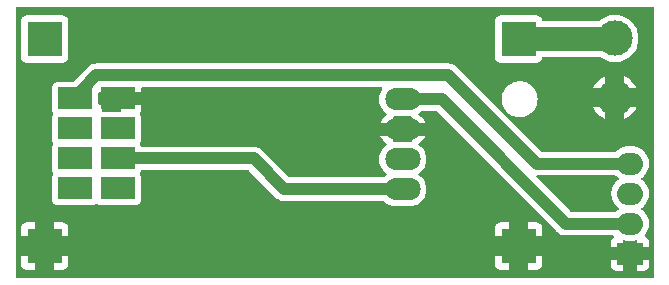
<source format=gbl>
G04 Layer: BottomLayer*
G04 EasyEDA v6.5.38, 2023-11-23 17:22:46*
G04 1afb102ce3c94d729b8c5533a6be374a,15c74d7bfa284007874df21313af148a,10*
G04 Gerber Generator version 0.2*
G04 Scale: 100 percent, Rotated: No, Reflected: No *
G04 Dimensions in millimeters *
G04 leading zeros omitted , absolute positions ,4 integer and 5 decimal *
%FSLAX45Y45*%
%MOMM*%

%AMMACRO1*4,1,4,1.45,-0.9,-1.45,-0.9,-1.45,0.9,1.45,0.9,1.45,-0.9,0*%
%ADD10C,1.0000*%
%ADD11C,2.0000*%
%ADD12R,3.0000X3.0000*%
%ADD13R,2.2000X1.9000*%
%ADD14O,2.1999956000000003X1.8999962*%
%ADD15C,3.0000*%
%ADD16MACRO1*%
%ADD17O,2.999994X1.8999962*%
%ADD18O,0.0152X1.8999962*%

%LPD*%
G36*
X60655Y50495D02*
G01*
X56743Y51257D01*
X53492Y53492D01*
X51257Y56743D01*
X50495Y60655D01*
X50495Y2339390D01*
X51257Y2343302D01*
X53492Y2346553D01*
X56743Y2348788D01*
X60655Y2349550D01*
X5439308Y2349500D01*
X5443220Y2348738D01*
X5446522Y2346553D01*
X5448706Y2343251D01*
X5449468Y2339340D01*
X5449468Y60655D01*
X5448706Y56743D01*
X5446522Y53492D01*
X5443220Y51257D01*
X5439308Y50495D01*
G37*

%LPC*%
G36*
X5311343Y113487D02*
G01*
X5359552Y113487D01*
X5368747Y114300D01*
X5377230Y116585D01*
X5385206Y120294D01*
X5392420Y125323D01*
X5398668Y131572D01*
X5403697Y138785D01*
X5407406Y146710D01*
X5409692Y155244D01*
X5410504Y164439D01*
X5410504Y205130D01*
X5311343Y205130D01*
G37*
G36*
X5140401Y113487D02*
G01*
X5188610Y113487D01*
X5188610Y205130D01*
X5089448Y205130D01*
X5089448Y164439D01*
X5090261Y155244D01*
X5092547Y146710D01*
X5096256Y138785D01*
X5101285Y131572D01*
X5107533Y125323D01*
X5114747Y120294D01*
X5122722Y116585D01*
X5131206Y114300D01*
G37*
G36*
X374751Y123189D02*
G01*
X442925Y123189D01*
X452120Y124002D01*
X460654Y126237D01*
X468630Y129997D01*
X475843Y135026D01*
X482041Y141274D01*
X487121Y148437D01*
X490829Y156413D01*
X493115Y164947D01*
X493877Y174142D01*
X493877Y242366D01*
X374751Y242366D01*
G37*
G36*
X143814Y123189D02*
G01*
X212039Y123189D01*
X212039Y242366D01*
X92862Y242366D01*
X92862Y174142D01*
X93675Y164947D01*
X95961Y156413D01*
X99669Y148437D01*
X104698Y141274D01*
X110947Y135026D01*
X118160Y129997D01*
X126136Y126237D01*
X134620Y124002D01*
G37*
G36*
X4157014Y123189D02*
G01*
X4225239Y123189D01*
X4225239Y242366D01*
X4106062Y242366D01*
X4106062Y174142D01*
X4106875Y164947D01*
X4109161Y156413D01*
X4112869Y148437D01*
X4117898Y141274D01*
X4124147Y135026D01*
X4131360Y129997D01*
X4139336Y126237D01*
X4147820Y124002D01*
G37*
G36*
X4387951Y123189D02*
G01*
X4456125Y123189D01*
X4465320Y124002D01*
X4473854Y126237D01*
X4481830Y129997D01*
X4489043Y135026D01*
X4495241Y141274D01*
X4500321Y148437D01*
X4504029Y156413D01*
X4506315Y164947D01*
X4507077Y174142D01*
X4507077Y242366D01*
X4387951Y242366D01*
G37*
G36*
X5089448Y312826D02*
G01*
X5188610Y312826D01*
X5188610Y361645D01*
X5189321Y365353D01*
X5191302Y368503D01*
X5194300Y370789D01*
X5197856Y371805D01*
X5218684Y368401D01*
X5235244Y367487D01*
X5264708Y367487D01*
X5281269Y368401D01*
X5302097Y371805D01*
X5305704Y370789D01*
X5308650Y368503D01*
X5310632Y365353D01*
X5311343Y361645D01*
X5311343Y312826D01*
X5410504Y312826D01*
X5410504Y353568D01*
X5409692Y362762D01*
X5407406Y371246D01*
X5403697Y379222D01*
X5398668Y386435D01*
X5392420Y392684D01*
X5385206Y397713D01*
X5377535Y401320D01*
X5374487Y403504D01*
X5372455Y406654D01*
X5371693Y410362D01*
X5372303Y414070D01*
X5374284Y417271D01*
X5378754Y422300D01*
X5388203Y435609D01*
X5396077Y449884D01*
X5402326Y464921D01*
X5406847Y480618D01*
X5409590Y496722D01*
X5410504Y512978D01*
X5409590Y529285D01*
X5406847Y545388D01*
X5402326Y561035D01*
X5396077Y576122D01*
X5388203Y590397D01*
X5378754Y603707D01*
X5367883Y615899D01*
X5355691Y626770D01*
X5348732Y631698D01*
X5346039Y634492D01*
X5344617Y638098D01*
X5344617Y641908D01*
X5346039Y645515D01*
X5348732Y648309D01*
X5355691Y653237D01*
X5367883Y664108D01*
X5378754Y676300D01*
X5388203Y689610D01*
X5396077Y703884D01*
X5402326Y718921D01*
X5406847Y734618D01*
X5409590Y750722D01*
X5410504Y766978D01*
X5409590Y783285D01*
X5406847Y799388D01*
X5402326Y815035D01*
X5396077Y830122D01*
X5388203Y844397D01*
X5378754Y857707D01*
X5367883Y869899D01*
X5355691Y880770D01*
X5348732Y885698D01*
X5346039Y888492D01*
X5344617Y892098D01*
X5344617Y895908D01*
X5346039Y899515D01*
X5348732Y902309D01*
X5355691Y907237D01*
X5367883Y918108D01*
X5378754Y930300D01*
X5388203Y943610D01*
X5396077Y957884D01*
X5402326Y972921D01*
X5406847Y988618D01*
X5409590Y1004722D01*
X5410504Y1020978D01*
X5409590Y1037285D01*
X5406847Y1053388D01*
X5402326Y1069035D01*
X5396077Y1084122D01*
X5388203Y1098397D01*
X5378754Y1111707D01*
X5367883Y1123899D01*
X5355691Y1134770D01*
X5342382Y1144219D01*
X5328107Y1152093D01*
X5313019Y1158341D01*
X5297373Y1162862D01*
X5281269Y1165606D01*
X5264708Y1166520D01*
X5235244Y1166520D01*
X5218684Y1165606D01*
X5202580Y1162862D01*
X5186934Y1158341D01*
X5171846Y1152093D01*
X5157571Y1144219D01*
X5144262Y1134770D01*
X5132425Y1124204D01*
X5129276Y1122273D01*
X5125669Y1121613D01*
X4504791Y1121613D01*
X4500930Y1122375D01*
X4497628Y1124559D01*
X3783533Y1838706D01*
X3773373Y1847596D01*
X3762451Y1854860D01*
X3750665Y1860702D01*
X3738219Y1864918D01*
X3725316Y1867458D01*
X3711854Y1868373D01*
X730859Y1868373D01*
X717397Y1867458D01*
X704494Y1864918D01*
X692048Y1860702D01*
X680262Y1854860D01*
X669340Y1847596D01*
X659180Y1838706D01*
X535990Y1715516D01*
X532688Y1713280D01*
X528828Y1712518D01*
X406400Y1712518D01*
X397205Y1711706D01*
X388721Y1709420D01*
X380746Y1705711D01*
X373532Y1700682D01*
X367284Y1694434D01*
X362254Y1687220D01*
X358546Y1679244D01*
X356260Y1670761D01*
X355447Y1661566D01*
X355447Y1482445D01*
X356260Y1473250D01*
X358546Y1464716D01*
X362254Y1456740D01*
X366420Y1450848D01*
X368046Y1447038D01*
X368046Y1442923D01*
X366420Y1439164D01*
X362254Y1433220D01*
X358546Y1425244D01*
X356260Y1416761D01*
X355447Y1407566D01*
X355447Y1228445D01*
X356260Y1219250D01*
X358546Y1210716D01*
X362254Y1202740D01*
X366420Y1196848D01*
X368046Y1193038D01*
X368046Y1188923D01*
X366420Y1185164D01*
X362254Y1179220D01*
X358546Y1171244D01*
X356260Y1162761D01*
X355447Y1153566D01*
X355447Y974445D01*
X356260Y965250D01*
X358546Y956716D01*
X362254Y948740D01*
X366420Y942848D01*
X368046Y939037D01*
X368046Y934923D01*
X366420Y931164D01*
X362254Y925220D01*
X358546Y917244D01*
X356260Y908761D01*
X355447Y899566D01*
X355447Y720445D01*
X356260Y711250D01*
X358546Y702716D01*
X362254Y694740D01*
X367284Y687527D01*
X373532Y681329D01*
X380746Y676300D01*
X388721Y672541D01*
X397205Y670306D01*
X406400Y669493D01*
X695553Y669493D01*
X704748Y670306D01*
X713232Y672541D01*
X721207Y676300D01*
X727151Y680415D01*
X730910Y682040D01*
X735025Y682040D01*
X738784Y680415D01*
X744728Y676300D01*
X752703Y672541D01*
X761187Y670306D01*
X770432Y669493D01*
X1059535Y669493D01*
X1068730Y670306D01*
X1077264Y672541D01*
X1085240Y676300D01*
X1092403Y681329D01*
X1098651Y687527D01*
X1103680Y694740D01*
X1107440Y702716D01*
X1109675Y711250D01*
X1110488Y720445D01*
X1110488Y899566D01*
X1109675Y908761D01*
X1107440Y917244D01*
X1103680Y925220D01*
X1099566Y931164D01*
X1097940Y934923D01*
X1097940Y939037D01*
X1099566Y942848D01*
X1103680Y948740D01*
X1107795Y957630D01*
X1110030Y960729D01*
X1113282Y962761D01*
X1117041Y963472D01*
X2018030Y963472D01*
X2021890Y962710D01*
X2025192Y960526D01*
X2252522Y733145D01*
X2262682Y724255D01*
X2273604Y716991D01*
X2285390Y711149D01*
X2297836Y706932D01*
X2310739Y704392D01*
X2324201Y703478D01*
X3159556Y703478D01*
X3163163Y702818D01*
X3166313Y700887D01*
X3178251Y690219D01*
X3191560Y680821D01*
X3205835Y672896D01*
X3220923Y666648D01*
X3236620Y662127D01*
X3252673Y659434D01*
X3269284Y658469D01*
X3378708Y658469D01*
X3395268Y659434D01*
X3411372Y662127D01*
X3427018Y666648D01*
X3442106Y672896D01*
X3456381Y680821D01*
X3469690Y690219D01*
X3481882Y701090D01*
X3492754Y713282D01*
X3502202Y726592D01*
X3510076Y740867D01*
X3516325Y755954D01*
X3520846Y771601D01*
X3523589Y787704D01*
X3524504Y804011D01*
X3523589Y820267D01*
X3520846Y836371D01*
X3516325Y852068D01*
X3510076Y867156D01*
X3502202Y881430D01*
X3492754Y894740D01*
X3481882Y906881D01*
X3469690Y917752D01*
X3462731Y922731D01*
X3460038Y925474D01*
X3458616Y929081D01*
X3458616Y932942D01*
X3460038Y936498D01*
X3462731Y939292D01*
X3469690Y944219D01*
X3481882Y955090D01*
X3492754Y967282D01*
X3502202Y980592D01*
X3510076Y994867D01*
X3516325Y1009954D01*
X3520846Y1025601D01*
X3523589Y1041704D01*
X3524504Y1058011D01*
X3523589Y1074267D01*
X3520846Y1090371D01*
X3516325Y1106068D01*
X3510076Y1121156D01*
X3502202Y1135430D01*
X3492754Y1148740D01*
X3481882Y1160881D01*
X3469690Y1171752D01*
X3462731Y1176731D01*
X3460038Y1179474D01*
X3458616Y1183081D01*
X3458616Y1186942D01*
X3460038Y1190498D01*
X3462731Y1193292D01*
X3469690Y1198219D01*
X3481882Y1209090D01*
X3492754Y1221282D01*
X3502202Y1234592D01*
X3510076Y1248867D01*
X3513937Y1258163D01*
X3405327Y1258163D01*
X3405327Y1212748D01*
X3404514Y1208735D01*
X3402126Y1205382D01*
X3398672Y1203248D01*
X3394608Y1202639D01*
X3378708Y1203502D01*
X3269284Y1203502D01*
X3253333Y1202639D01*
X3249320Y1203248D01*
X3245815Y1205382D01*
X3243478Y1208735D01*
X3242614Y1212748D01*
X3242614Y1258163D01*
X3134055Y1258163D01*
X3137865Y1248867D01*
X3145790Y1234592D01*
X3155238Y1221282D01*
X3166110Y1209090D01*
X3178251Y1198219D01*
X3185261Y1193292D01*
X3187903Y1190498D01*
X3189325Y1186942D01*
X3189325Y1183081D01*
X3187903Y1179474D01*
X3185261Y1176731D01*
X3178251Y1171752D01*
X3166110Y1160881D01*
X3155238Y1148740D01*
X3145790Y1135430D01*
X3137865Y1121156D01*
X3131616Y1106068D01*
X3127146Y1090371D01*
X3124403Y1074267D01*
X3123488Y1058011D01*
X3124403Y1041704D01*
X3127146Y1025601D01*
X3131616Y1009954D01*
X3137865Y994867D01*
X3145790Y980592D01*
X3155238Y967282D01*
X3166110Y955090D01*
X3178251Y944219D01*
X3185261Y939292D01*
X3187903Y936498D01*
X3189325Y932942D01*
X3189325Y929081D01*
X3187903Y925474D01*
X3185261Y922731D01*
X3178251Y917752D01*
X3166364Y907135D01*
X3163214Y905205D01*
X3159556Y904544D01*
X2369718Y904544D01*
X2365806Y905306D01*
X2362504Y907491D01*
X2135174Y1134872D01*
X2125014Y1143762D01*
X2114092Y1151026D01*
X2102307Y1156868D01*
X2089861Y1161084D01*
X2076957Y1163624D01*
X2063546Y1164539D01*
X1117041Y1164539D01*
X1113282Y1165250D01*
X1110030Y1167282D01*
X1107795Y1170381D01*
X1103680Y1179271D01*
X1099566Y1185164D01*
X1097940Y1188923D01*
X1097940Y1193038D01*
X1099566Y1196848D01*
X1103680Y1202740D01*
X1107440Y1210716D01*
X1109675Y1219250D01*
X1110488Y1228445D01*
X1110488Y1407566D01*
X1109675Y1416761D01*
X1107440Y1425244D01*
X1103680Y1433220D01*
X1099566Y1439164D01*
X1097940Y1442923D01*
X1097940Y1447038D01*
X1099566Y1450848D01*
X1103680Y1456740D01*
X1107440Y1464716D01*
X1109675Y1473250D01*
X1110488Y1482445D01*
X1110488Y1520647D01*
X938834Y1520647D01*
X938834Y1468678D01*
X938072Y1464818D01*
X935837Y1461516D01*
X932535Y1459280D01*
X928674Y1458518D01*
X791311Y1458518D01*
X787400Y1459280D01*
X784098Y1461516D01*
X781913Y1464818D01*
X781151Y1468678D01*
X781151Y1520647D01*
X756666Y1520647D01*
X752754Y1521409D01*
X749452Y1523644D01*
X747268Y1526946D01*
X746506Y1530807D01*
X746506Y1613204D01*
X747268Y1617065D01*
X749452Y1620367D01*
X752754Y1622552D01*
X756666Y1623364D01*
X781151Y1623364D01*
X781151Y1657146D01*
X781913Y1661058D01*
X784098Y1664360D01*
X787400Y1666544D01*
X791311Y1667306D01*
X928674Y1667306D01*
X932535Y1666544D01*
X935837Y1664360D01*
X938072Y1661058D01*
X938834Y1657146D01*
X938834Y1623364D01*
X1110488Y1623364D01*
X1110488Y1657146D01*
X1111250Y1661058D01*
X1113485Y1664360D01*
X1116787Y1666544D01*
X1120648Y1667306D01*
X3143046Y1667306D01*
X3147364Y1666341D01*
X3150870Y1663649D01*
X3152902Y1659737D01*
X3153054Y1655368D01*
X3151378Y1651304D01*
X3145790Y1643430D01*
X3137865Y1629156D01*
X3131616Y1614068D01*
X3127146Y1598371D01*
X3124403Y1582267D01*
X3123488Y1566011D01*
X3124403Y1549704D01*
X3127146Y1533601D01*
X3131616Y1517954D01*
X3137865Y1502867D01*
X3145790Y1488592D01*
X3155238Y1475282D01*
X3166110Y1463090D01*
X3178251Y1452219D01*
X3185261Y1447292D01*
X3187903Y1444498D01*
X3189325Y1440942D01*
X3189325Y1437081D01*
X3187903Y1433474D01*
X3185261Y1430731D01*
X3178251Y1425752D01*
X3166110Y1414881D01*
X3155238Y1402740D01*
X3145790Y1389430D01*
X3137865Y1375156D01*
X3134055Y1365859D01*
X3242614Y1365859D01*
X3242614Y1411224D01*
X3243478Y1415237D01*
X3245815Y1418590D01*
X3249320Y1420774D01*
X3253333Y1421384D01*
X3269284Y1420469D01*
X3378708Y1420469D01*
X3394608Y1421384D01*
X3398672Y1420774D01*
X3402126Y1418590D01*
X3404514Y1415237D01*
X3405327Y1411224D01*
X3405327Y1365859D01*
X3513937Y1365859D01*
X3510076Y1375156D01*
X3502202Y1389430D01*
X3492754Y1402740D01*
X3481882Y1414881D01*
X3469690Y1425752D01*
X3462731Y1430731D01*
X3460038Y1433474D01*
X3458616Y1437081D01*
X3458616Y1440942D01*
X3460038Y1444498D01*
X3462731Y1447292D01*
X3469690Y1452219D01*
X3481527Y1462786D01*
X3484676Y1464716D01*
X3488283Y1465376D01*
X3608222Y1465376D01*
X3612083Y1464614D01*
X3615385Y1462430D01*
X4635550Y442214D01*
X4645710Y433324D01*
X4656632Y426059D01*
X4668418Y420217D01*
X4680864Y416001D01*
X4693767Y413461D01*
X4707229Y412546D01*
X5103723Y412546D01*
X5107889Y411683D01*
X5111292Y409143D01*
X5113375Y405434D01*
X5113782Y401218D01*
X5112410Y397205D01*
X5109514Y394055D01*
X5107533Y392684D01*
X5101285Y386435D01*
X5096256Y379222D01*
X5092547Y371246D01*
X5090261Y362762D01*
X5089448Y353568D01*
G37*
G36*
X374751Y405028D02*
G01*
X493877Y405028D01*
X493877Y473252D01*
X493115Y482447D01*
X490829Y490982D01*
X487121Y498957D01*
X482041Y506171D01*
X475843Y512368D01*
X468630Y517398D01*
X460654Y521157D01*
X452120Y523392D01*
X442925Y524205D01*
X374751Y524205D01*
G37*
G36*
X92862Y405028D02*
G01*
X212039Y405028D01*
X212039Y524205D01*
X143814Y524205D01*
X134620Y523392D01*
X126136Y521157D01*
X118160Y517398D01*
X110947Y512368D01*
X104698Y506171D01*
X99669Y498957D01*
X95961Y490982D01*
X93675Y482447D01*
X92862Y473252D01*
G37*
G36*
X4387951Y405028D02*
G01*
X4507077Y405028D01*
X4507077Y473252D01*
X4506315Y482447D01*
X4504029Y490982D01*
X4500321Y498957D01*
X4495241Y506171D01*
X4489043Y512368D01*
X4481830Y517398D01*
X4473854Y521157D01*
X4465320Y523392D01*
X4456125Y524205D01*
X4387951Y524205D01*
G37*
G36*
X4106062Y405028D02*
G01*
X4225239Y405028D01*
X4225239Y524205D01*
X4157014Y524205D01*
X4147820Y523392D01*
X4139336Y521157D01*
X4131360Y517398D01*
X4124147Y512368D01*
X4117898Y506171D01*
X4112869Y498957D01*
X4109161Y490982D01*
X4106875Y482447D01*
X4106062Y473252D01*
G37*
G36*
X5038648Y1396492D02*
G01*
X5038648Y1498193D01*
X4936896Y1498193D01*
X4943144Y1485036D01*
X4953254Y1468170D01*
X4964988Y1452372D01*
X4978196Y1437792D01*
X4992776Y1424584D01*
X5008575Y1412849D01*
X5025440Y1402740D01*
G37*
G36*
X5201310Y1396492D02*
G01*
X5214518Y1402740D01*
X5231384Y1412849D01*
X5247182Y1424584D01*
X5261762Y1437792D01*
X5274970Y1452372D01*
X5286705Y1468170D01*
X5296814Y1485036D01*
X5303062Y1498193D01*
X5201310Y1498193D01*
G37*
G36*
X4318762Y1413967D02*
G01*
X4335475Y1415338D01*
X4351934Y1418539D01*
X4367885Y1423568D01*
X4383227Y1430274D01*
X4397756Y1438656D01*
X4411268Y1448612D01*
X4423613Y1459941D01*
X4434586Y1472590D01*
X4444136Y1486357D01*
X4452112Y1501089D01*
X4458411Y1516634D01*
X4462983Y1532737D01*
X4465777Y1549298D01*
X4466691Y1566011D01*
X4465777Y1582724D01*
X4462983Y1599285D01*
X4458411Y1615389D01*
X4452112Y1630933D01*
X4444136Y1645666D01*
X4434586Y1659432D01*
X4423613Y1672082D01*
X4411268Y1683410D01*
X4397756Y1693367D01*
X4383227Y1701749D01*
X4367885Y1708454D01*
X4351934Y1713484D01*
X4335475Y1716684D01*
X4318762Y1718056D01*
X4301998Y1717598D01*
X4285386Y1715312D01*
X4269181Y1711198D01*
X4253484Y1705305D01*
X4238498Y1697736D01*
X4224477Y1688592D01*
X4211574Y1677924D01*
X4199890Y1665884D01*
X4189577Y1652676D01*
X4180789Y1638401D01*
X4173626Y1623263D01*
X4168190Y1607413D01*
X4164533Y1591056D01*
X4162704Y1574393D01*
X4162704Y1557629D01*
X4164533Y1540967D01*
X4168190Y1524609D01*
X4173626Y1508760D01*
X4180789Y1493621D01*
X4189577Y1479346D01*
X4199890Y1466138D01*
X4211574Y1454099D01*
X4224477Y1443431D01*
X4238498Y1434287D01*
X4253484Y1426718D01*
X4269181Y1420825D01*
X4285386Y1416710D01*
X4301998Y1414424D01*
G37*
G36*
X4936896Y1660906D02*
G01*
X5038648Y1660906D01*
X5038648Y1762607D01*
X5025440Y1756410D01*
X5008575Y1746250D01*
X4992776Y1734566D01*
X4978196Y1721357D01*
X4964988Y1706778D01*
X4953254Y1690928D01*
X4943144Y1674063D01*
G37*
G36*
X5201310Y1660906D02*
G01*
X5303062Y1660906D01*
X5296814Y1674063D01*
X5286705Y1690928D01*
X5274970Y1706778D01*
X5261762Y1721357D01*
X5247182Y1734566D01*
X5231384Y1746250D01*
X5214518Y1756410D01*
X5201310Y1762607D01*
G37*
G36*
X143814Y1875789D02*
G01*
X442925Y1875789D01*
X452120Y1876602D01*
X460654Y1878838D01*
X468630Y1882597D01*
X475843Y1887626D01*
X482041Y1893874D01*
X487121Y1901037D01*
X490829Y1909013D01*
X493115Y1917547D01*
X493877Y1926742D01*
X493877Y2225852D01*
X493115Y2235047D01*
X490829Y2243582D01*
X487121Y2251557D01*
X482041Y2258771D01*
X475843Y2264968D01*
X468630Y2269998D01*
X460654Y2273757D01*
X452120Y2275992D01*
X442925Y2276805D01*
X143814Y2276805D01*
X134620Y2275992D01*
X126136Y2273757D01*
X118160Y2269998D01*
X110947Y2264968D01*
X104698Y2258771D01*
X99669Y2251557D01*
X95961Y2243582D01*
X93675Y2235047D01*
X92862Y2225852D01*
X92862Y1926742D01*
X93675Y1917547D01*
X95961Y1909013D01*
X99669Y1901037D01*
X104698Y1893874D01*
X110947Y1887626D01*
X118160Y1882597D01*
X126136Y1878838D01*
X134620Y1876602D01*
G37*
G36*
X4157014Y1875789D02*
G01*
X4456125Y1875789D01*
X4465320Y1876602D01*
X4473854Y1878838D01*
X4481830Y1882597D01*
X4489043Y1887626D01*
X4495241Y1893874D01*
X4500321Y1901037D01*
X4504029Y1909013D01*
X4506468Y1918258D01*
X4508500Y1922170D01*
X4512005Y1924812D01*
X4516272Y1925777D01*
X4988966Y1925777D01*
X4992166Y1925269D01*
X4995062Y1923796D01*
X5008575Y1913737D01*
X5025440Y1903628D01*
X5043271Y1895195D01*
X5061762Y1888591D01*
X5080863Y1883765D01*
X5100320Y1880920D01*
X5119979Y1879955D01*
X5139639Y1880920D01*
X5159095Y1883765D01*
X5178196Y1888591D01*
X5196687Y1895195D01*
X5214518Y1903628D01*
X5231384Y1913737D01*
X5247182Y1925472D01*
X5261762Y1938680D01*
X5274970Y1953260D01*
X5286705Y1969058D01*
X5296814Y1985924D01*
X5305247Y2003704D01*
X5311851Y2022246D01*
X5316626Y2041347D01*
X5319522Y2060803D01*
X5320487Y2080463D01*
X5319522Y2100122D01*
X5316626Y2119579D01*
X5311851Y2138629D01*
X5305247Y2157171D01*
X5296814Y2174951D01*
X5286705Y2191816D01*
X5274970Y2207666D01*
X5261762Y2222246D01*
X5247182Y2235454D01*
X5231384Y2247138D01*
X5214518Y2257298D01*
X5196687Y2265680D01*
X5178196Y2272334D01*
X5159095Y2277110D01*
X5139639Y2280005D01*
X5119979Y2280970D01*
X5100320Y2280005D01*
X5080863Y2277110D01*
X5061762Y2272334D01*
X5043271Y2265680D01*
X5025440Y2257298D01*
X5008575Y2247138D01*
X4992776Y2235454D01*
X4986172Y2229459D01*
X4983022Y2227478D01*
X4979365Y2226818D01*
X4516323Y2226818D01*
X4512005Y2227783D01*
X4508500Y2230424D01*
X4506468Y2234336D01*
X4504029Y2243582D01*
X4500321Y2251557D01*
X4495241Y2258771D01*
X4489043Y2264968D01*
X4481830Y2269998D01*
X4473854Y2273757D01*
X4465320Y2275992D01*
X4456125Y2276805D01*
X4157014Y2276805D01*
X4147820Y2275992D01*
X4139336Y2273757D01*
X4131360Y2269998D01*
X4124147Y2264968D01*
X4117898Y2258771D01*
X4112869Y2251557D01*
X4109161Y2243582D01*
X4106875Y2235047D01*
X4106062Y2225852D01*
X4106062Y1926742D01*
X4106875Y1917547D01*
X4109161Y1909013D01*
X4112869Y1901037D01*
X4117898Y1893874D01*
X4124147Y1887626D01*
X4131360Y1882597D01*
X4139336Y1878838D01*
X4147820Y1876602D01*
G37*

%LPD*%
G36*
X4752695Y613613D02*
G01*
X4748834Y614375D01*
X4745532Y616559D01*
X4458919Y903224D01*
X4456684Y906526D01*
X4455922Y910386D01*
X4456684Y914298D01*
X4458919Y917600D01*
X4462170Y919784D01*
X4466082Y920546D01*
X5125466Y920546D01*
X5129123Y919886D01*
X5132222Y917956D01*
X5144262Y907237D01*
X5151221Y902309D01*
X5153914Y899515D01*
X5155336Y895908D01*
X5155336Y892098D01*
X5153914Y888492D01*
X5151221Y885698D01*
X5144262Y880770D01*
X5132070Y869899D01*
X5121198Y857707D01*
X5111800Y844397D01*
X5103876Y830122D01*
X5097627Y815035D01*
X5093106Y799388D01*
X5090414Y783285D01*
X5089499Y766978D01*
X5090414Y750722D01*
X5093106Y734618D01*
X5097627Y718921D01*
X5103876Y703884D01*
X5111800Y689610D01*
X5121198Y676300D01*
X5132070Y664108D01*
X5144262Y653237D01*
X5151221Y648309D01*
X5153914Y645515D01*
X5155336Y641908D01*
X5155336Y638098D01*
X5153914Y634492D01*
X5151221Y631698D01*
X5144262Y626770D01*
X5132425Y616204D01*
X5129276Y614273D01*
X5125669Y613613D01*
G37*

%LPD*%
D10*
X3323996Y804011D02*
G01*
X2323871Y804011D01*
X2063876Y1064005D01*
X860018Y1064005D01*
D11*
X4306590Y2076295D02*
G01*
X5115885Y2076295D01*
X5120027Y2080437D01*
D10*
X3324120Y1565910D02*
G01*
X3654066Y1565910D01*
X4706896Y513079D01*
X5249948Y513079D01*
X606066Y1572005D02*
G01*
X606066Y1643379D01*
X730526Y1767839D01*
X3712232Y1767839D01*
X4458992Y1021079D01*
X5249948Y1021079D01*
D12*
G01*
X4306592Y323697D03*
G01*
X4306592Y2076297D03*
G01*
X293392Y323697D03*
G01*
X293392Y2076297D03*
D13*
G01*
X5249999Y259003D03*
D14*
G01*
X5249999Y513003D03*
G01*
X5249999Y767003D03*
G01*
X5249999Y1021003D03*
D15*
G01*
X5120027Y2080437D03*
G01*
X5120027Y1579549D03*
D16*
G01*
X915000Y810000D03*
G01*
X915000Y1064000D03*
G01*
X915000Y1318000D03*
G01*
X915000Y1572000D03*
G01*
X551000Y1572000D03*
G01*
X551000Y1318000D03*
G01*
X551000Y1064000D03*
G01*
X551000Y810000D03*
D17*
G01*
X3323993Y804011D03*
G01*
X3323993Y1058011D03*
G01*
X3323993Y1312011D03*
G01*
X3323993Y1566011D03*
M02*

</source>
